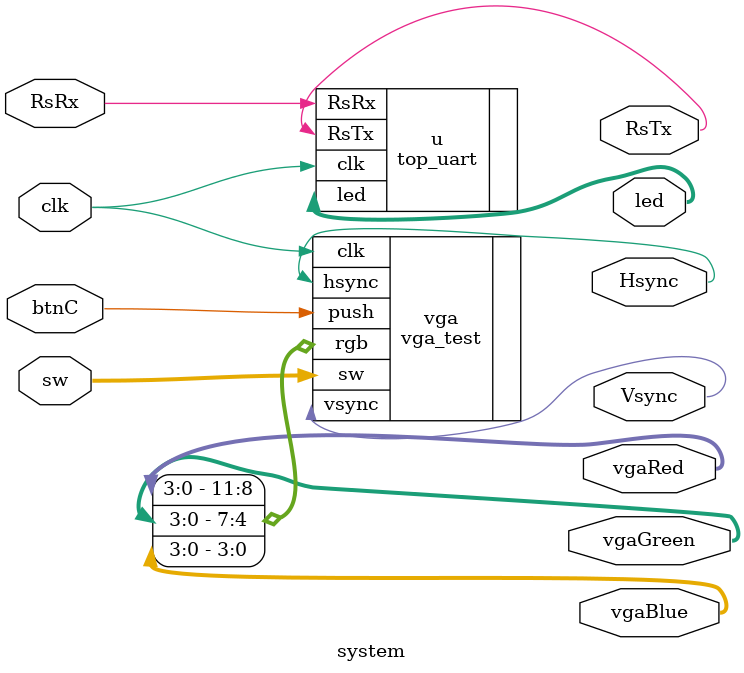
<source format=v>
`timescale 1ns / 1ps
module system(
    output wire RsTx,
    input wire RsRx,
    output wire [10:0]led,
    output wire [3:0]vgaRed, vgaGreen, vgaBlue,
    output wire Hsync, Vsync,
    input wire [11:0]sw,
    input btnC, clk
    );

vga_test vga(
    .clk(clk), 
    .sw(sw),
    .push(btnC),
    .hsync(Hsync),
    .vsync(Vsync),
    .rgb({vgaRed, vgaGreen, vgaBlue})
);

top_uart u(
    .RsTx(RsTx),
    .RsRx(RsRx),
    .led(led),
    .clk(clk)
    );
endmodule

</source>
